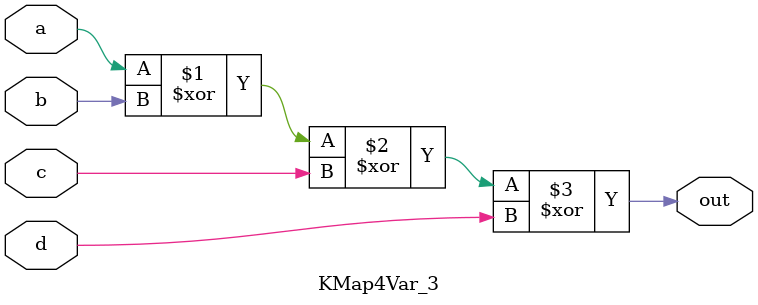
<source format=v>
module KMap4Var_3 (
    input a,
    input b,
    input c,
    input d,
    output out
);
    /* 
    cd\ab 00 01 11 10
    -----------------
    00    0  1  0  1
    01    1  0  1  0
    11    0  1  0  1
    10    1  0  1  0
    */

    assign out = a ^ b ^ c ^ d;
endmodule
</source>
